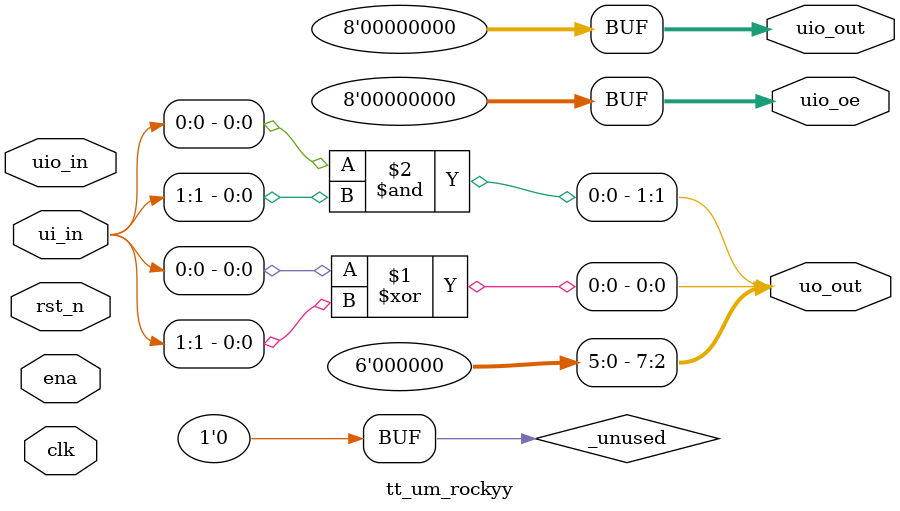
<source format=v>
/*
 * Copyright (c) 2024 Your Name
 * SPDX-License-Identifier: Apache-2.0
 */

`default_nettype none

module tt_um_rockyy (
    input  wire [7:0] ui_in,    // Dedicated inputs
    output wire [7:0] uo_out,   // Dedicated outputs
    input  wire [7:0] uio_in,   // IOs: Input path
    output wire [7:0] uio_out,  // IOs: Output path
    output wire [7:0] uio_oe,   // IOs: Enable path (active high: 0=input, 1=output)
    input  wire       ena,      // always 1 when the design is powered, so you can ignore it
    input  wire       clk,      // clock
    input  wire       rst_n     // reset_n - low to reset
);

  // All output pins must be assigned. If not used, assign to 0.
  //assign uo_out  = ui_in + uio_in;// Example: ou_out is the sum of ui_in and uio_inssign uio_out = 0;
    assign uo_out[0]=ui_in[0]^ui_in[1];   
    assign uo_out[1]=ui_in[0]&ui_in[1];
    assign uio_oe  = 0;
    assign uio_out = 0;
    assign uo_out[7:2]=6'b0;
    
    
  //assign uio_oe  = 0;

  // List all unused inputs to prevent warnings
  wire _unused = &{ena, clk, rst_n, 1'b0};

endmodule

</source>
